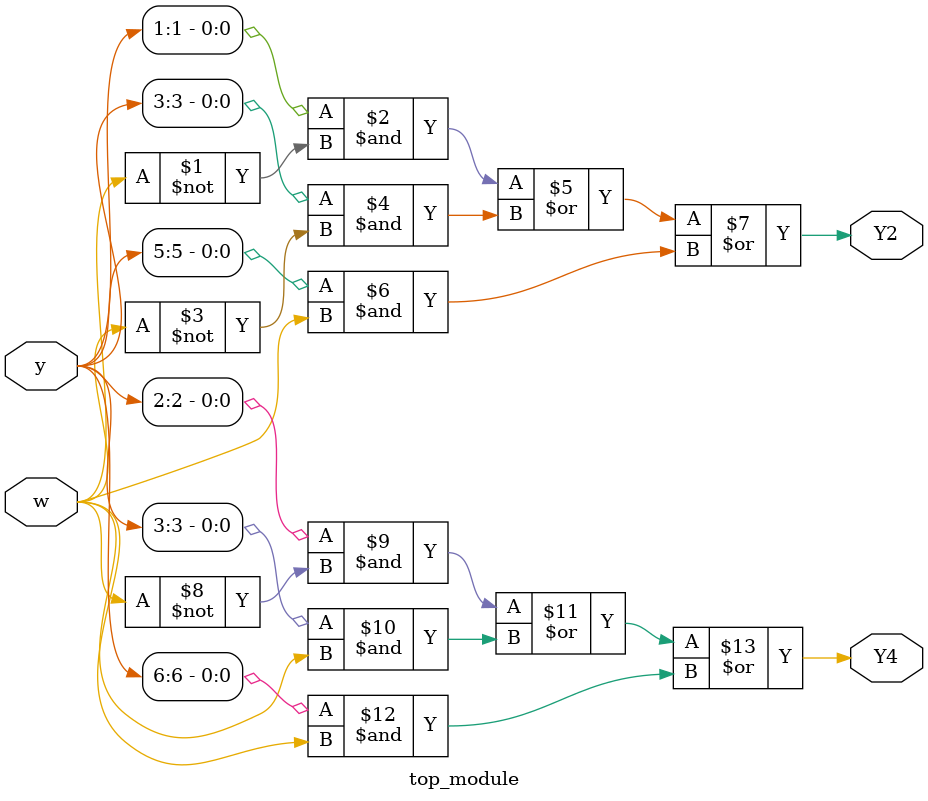
<source format=sv>
module top_module (
    input [6:1] y,
    input w,
    output Y2,
    output Y4
);

// Derive the logic equations for the next-state signals Y2 and Y4

// Next-state signal Y2 (corresponding to y[2])
assign Y2 = (y[1] & ~w) | (y[3] & ~w) | (y[5] & w);

// Next-state signal Y4 (corresponding to y[4])
assign Y4 = (y[2] & ~w) | (y[3] & w) | (y[6] & w);

endmodule

</source>
